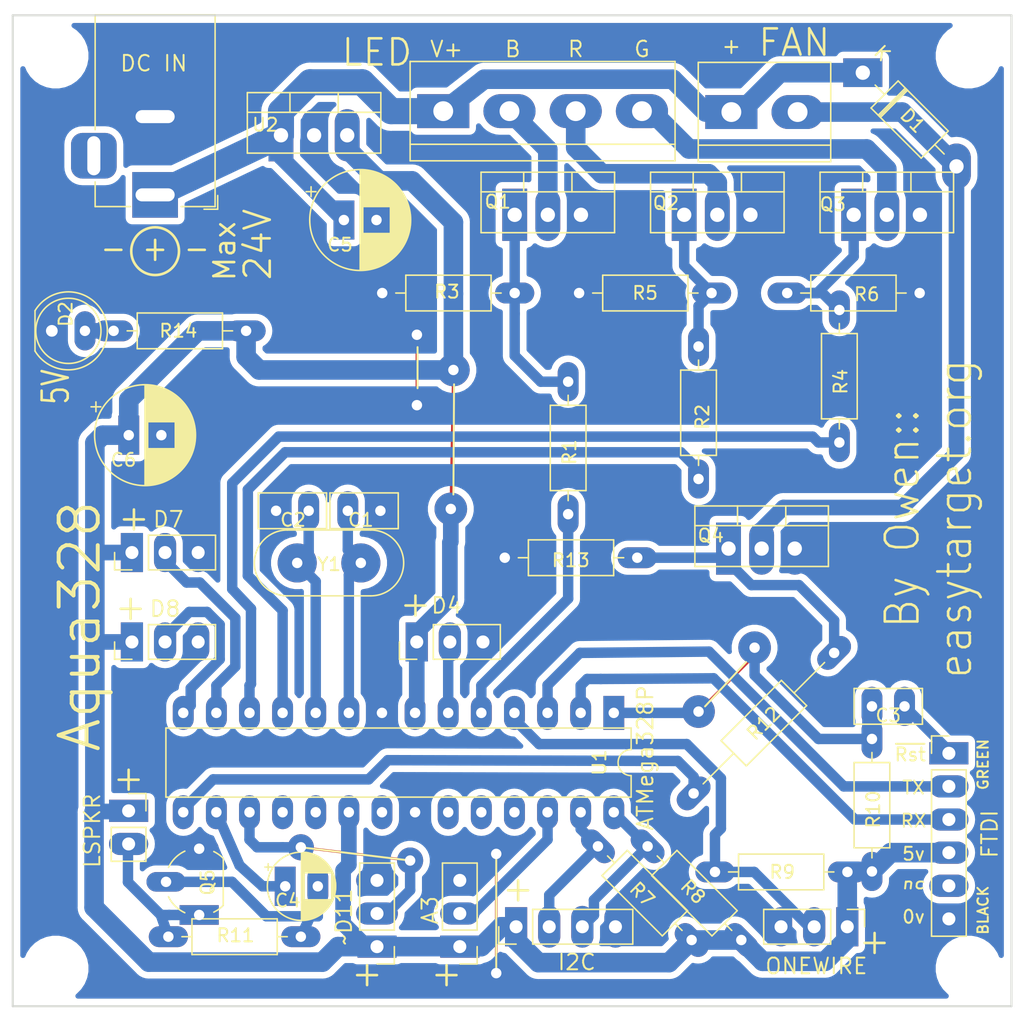
<source format=kicad_pcb>
(kicad_pcb (version 20171130) (host pcbnew 5.1.4-3.fc30)
  (layers (0 F.Cu signal) (31 B.Cu signal) (34 B.Paste user hide) (35 F.Paste user hide) (36 B.SilkS user hide) (37 F.SilkS user) (38 B.Mask user hide) (39 F.Mask user hide) (44 Edge.Cuts user))
  (net 0 "")
  (net 1 BUZZ)
  (net 2 +5V)
  (net 3 1WIRE)
  (net 4 "Net-(Q4-Pad1)")
  (net 5 GND)
  (net 6 FAN)
  (net 7 "Net-(Q3-Pad1)")
  (net 8 "Net-(Q2-Pad1)")
  (net 9 "Net-(Q1-Pad1)")
  (net 10 LED-R)
  (net 11 LED-G)
  (net 12 LED-B)
  (net 13 "Net-(D1-Pad2)")
  (net 14 +VDC)
  (net 15 RESET)
  (net 16 CYCLE)
  (net 17 "Net-(C1-Pad2)")
  (net 18 "Net-(C2-Pad2)")
  (net 19 LID)
  (net 20 SCL)
  (net 21 SDA)
  (net 22 TX)
  (net 23 RX)
  (net 24 "Net-(ABRG_LED1-Pad2)")
  (net 25 "Net-(ABRG_LED1-Pad3)")
  (net 26 "Net-(ABRG_LED1-Pad4)")
  (net 27 "Net-(Q5-Pad1)")
  (net 28 AUX1)
  (net 29 AUX2)
  (net 30 AUX3)
  (net 31 "Net-(C3-Pad2)")
  (net 32 "Net-(C4-Pad2)")
  (net 33 "Net-(D2-Pad2)")
  (module TerminalBlock:TerminalBlock_bornier-2_P5.08mm (layer F.Cu) (at 86.918 34.92)
    (fp_text reference FAN1 hide)
    (fp_text value "Fan PWM NPN")
    (fp_text user FAN (at 4.826 -5.334) (layer F.SilkS) (effects (font (size 2 2) (thickness 0.2))))
    (fp_text user + (at 0 -5.08) (layer F.SilkS) (effects (font (size 1.2 1.2))))
    (pad 2 thru_hole oval (at 5.08 0) (size 4 2.6) (drill 1.52) (layers *.Cu *.Mask) (net 13 "Net-(D1-Pad2)"))
    (pad 1 thru_hole rect (at 0 0) (size 4 2.6) (drill 1.52) (layers *.Cu *.Mask) (net 14 +VDC))
  )
  (module TerminalBlock:TerminalBlock_bornier-4_P5.08mm (layer F.Cu) (at 64.82 34.85)
    (fp_text reference ABRG_LED1 hide)
    (fp_text value LED-Strip)
    (fp_text user LED (at -5.08 -4.502) (layer F.SilkS) (effects (font (size 2 2) (thickness 0.2))))
    (fp_text user V+ (at 0.254 -4.756) (layer F.SilkS) (effects (font (size 1.2 1.2))))
    (fp_text user B (at 5.334 -4.756) (layer F.SilkS) (effects (font (size 1.2 1.2))))
    (fp_text user R (at 10.16 -4.756) (layer F.SilkS) (effects (font (size 1.2 1.2))))
    (fp_text user G (at 15.24 -4.756) (layer F.SilkS) (effects (font (size 1.2 1.2))))
    (pad 4 thru_hole oval (at 15.24 0) (size 4 2.6) (drill 1.52) (layers *.Cu *.Mask) (net 26 "Net-(ABRG_LED1-Pad4)"))
    (pad 1 thru_hole rect (at 0 0) (size 4 2.6) (drill 1.52) (layers *.Cu *.Mask) (net 14 +VDC))
    (pad 3 thru_hole oval (at 10.16 0) (size 4 2.6) (drill 1.52) (layers *.Cu *.Mask) (net 25 "Net-(ABRG_LED1-Pad3)"))
    (pad 2 thru_hole oval (at 5.08 0) (size 4 2.6) (drill 1.52) (layers *.Cu *.Mask) (net 24 "Net-(ABRG_LED1-Pad2)"))
  )
  (module Connector_PinHeader_2.54mm:PinHeader_1x03_P2.54mm_Vertical (layer F.Cu) (at 40.944 68.702 90)
    (fp_text reference LID1 hide)
    (fp_text value "Lid Open")
    (fp_text user D7 (at 2.54 2.794 180) (layer F.SilkS) (effects (font (size 1.2 1.2))))
    (fp_text user + (at 2.54 0 90) (layer F.SilkS) (effects (font (size 2 2) (thickness 0.2))))
    (pad 3 thru_hole oval (at 0 5.08 90) (size 3 1.7) (drill 1) (layers *.Cu *.Mask) (net 5 GND))
    (pad 2 thru_hole oval (at 0 2.54 90) (size 3 1.7) (drill 1) (layers *.Cu *.Mask) (net 19 LID))
    (pad 1 thru_hole rect (at 0 0 90) (size 3 1.7) (drill 1) (layers *.Cu *.Mask) (net 2 +5V))
  )
  (module Connector_PinHeader_2.54mm:PinHeader_1x03_P2.54mm_Vertical (layer F.Cu) (at 62.788 75.56 90)
    (fp_text reference BUTTON1 hide)
    (fp_text value Lights/Cycle)
    (fp_text user D4 (at 2.794 2.286 180) (layer F.SilkS) (effects (font (size 1.2 1.2))))
    (fp_text user + (at 2.794 -0.254 90) (layer F.SilkS) (effects (font (size 2 2) (thickness 0.2))))
    (pad 3 thru_hole oval (at 0 5.08 90) (size 3 1.7) (drill 1) (layers *.Cu *.Mask) (net 5 GND))
    (pad 2 thru_hole oval (at 0 2.54 90) (size 3 1.7) (drill 1) (layers *.Cu *.Mask) (net 16 CYCLE))
    (pad 1 thru_hole rect (at 0 0 90) (size 3 1.7) (drill 1) (layers *.Cu *.Mask) (net 2 +5V))
  )
  (module Connector_PinHeader_2.54mm:PinHeader_1x03_P2.54mm_Vertical (layer F.Cu) (at 40.944 75.56 90)
    (fp_text reference AUX3 hide)
    (fp_text value "Aux Connector")
    (fp_text user D8 (at 2.54 2.54 180) (layer F.SilkS) (effects (font (size 1.2 1.2))))
    (fp_text user + (at 2.54 -0.254 90) (layer F.SilkS) (effects (font (size 2 2) (thickness 0.2))))
    (pad 3 thru_hole oval (at 0 5.08 90) (size 3 1.7) (drill 1) (layers *.Cu *.Mask) (net 5 GND))
    (pad 2 thru_hole oval (at 0 2.54 90) (size 3 1.7) (drill 1) (layers *.Cu *.Mask) (net 30 AUX3))
    (pad 1 thru_hole rect (at 0 0 90) (size 3 1.7) (drill 1) (layers *.Cu *.Mask) (net 2 +5V))
  )
  (module Connector_PinHeader_2.54mm:PinHeader_1x03_P2.54mm_Vertical (layer F.Cu) (at 66.09 98.928 180)
    (fp_text reference AUX2 hide)
    (fp_text value "Aux Connector")
    (fp_text user A3 (at 2.286 2.794 90) (layer F.SilkS) (effects (font (size 1.2 1.2))))
    (fp_text user + (at 1.016 -2.032 180) (layer F.SilkS) (effects (font (size 2 2) (thickness 0.2))))
    (pad 3 thru_hole oval (at 0 5.08 180) (size 3 1.7) (drill 1) (layers *.Cu *.Mask) (net 5 GND))
    (pad 2 thru_hole oval (at 0 2.54 180) (size 3 1.7) (drill 1) (layers *.Cu *.Mask) (net 29 AUX2))
    (pad 1 thru_hole rect (at 0 0 180) (size 3 1.7) (drill 1) (layers *.Cu *.Mask) (net 2 +5V))
  )
  (module Resistor_THT:R_Axial_DIN0207_L6.3mm_D2.5mm_P10.16mm_Horizontal (layer F.Cu) (at 87.68 98.42 135)
    (fp_text reference R8 (at 5.23259 0 135) (layer F.SilkS))
    (fp_text value 4K7)
    (pad 2 thru_hole oval (at 10.16 0 135) (size 3 1.6) (drill 0.8) (layers *.Cu *.Mask) (net 21 SDA))
    (pad 1 thru_hole oval (at 0 0 135) (size 3 1.6) (drill 0.8) (layers *.Cu *.Mask) (net 2 +5V))
  )
  (module Resistor_THT:R_Axial_DIN0207_L6.3mm_D2.5mm_P10.16mm_Horizontal (layer F.Cu) (at 83.87 98.42 135)
    (fp_text reference R7 (at 5.16188 -0.212132 135) (layer F.SilkS))
    (fp_text value 4K7)
    (pad 2 thru_hole oval (at 10.16 0 135) (size 3 1.6) (drill 0.8) (layers *.Cu *.Mask) (net 20 SCL))
    (pad 1 thru_hole oval (at 0 0 135) (size 3 1.6) (drill 0.8) (layers *.Cu *.Mask) (net 2 +5V))
  )
  (module Resistor_THT:R_Axial_DIN0207_L6.3mm_D2.5mm_P10.16mm_Horizontal (layer F.Cu) (at 43.738 98.166)
    (fp_text reference R11 (at 5.15 -0.1) (layer F.SilkS))
    (fp_text value 2K2)
    (pad 2 thru_hole oval (at 10.16 0) (size 3 1.6) (drill 0.8) (layers *.Cu *.Mask) (net 32 "Net-(C4-Pad2)"))
    (pad 1 thru_hole oval (at 0 0) (size 3 1.6) (drill 0.8) (layers *.Cu *.Mask) (net 27 "Net-(Q5-Pad1)"))
  )
  (module Connector_PinHeader_2.54mm:PinHeader_1x03_P2.54mm_Vertical (layer F.Cu) (at 59.74 98.928 180)
    (fp_text reference AUX1 hide)
    (fp_text value "Aux Connector")
    (fp_text user ~~D11 (at 2.54 2.286 270) (layer F.SilkS) (effects (font (size 1.2 1.2))))
    (fp_text user + (at 0.762 -2.032) (layer F.SilkS) (effects (font (size 2 2) (thickness 0.2))))
    (pad 3 thru_hole oval (at 0 5.08 180) (size 3.2 1.7) (drill 1) (layers *.Cu *.Mask) (net 5 GND))
    (pad 2 thru_hole oval (at 0 2.54 180) (size 3.2 1.7) (drill 1) (layers *.Cu *.Mask) (net 28 AUX1))
    (pad 1 thru_hole rect (at 0 0 180) (size 3 1.7) (drill 1) (layers *.Cu *.Mask) (net 2 +5V))
  )
  (module Resistor_THT:R_Axial_DIN0207_L6.3mm_D2.5mm_P15.24mm_Horizontal (layer F.Cu) (at 94.8 76.4 225)
    (fp_text reference R12 (at 7.636753 0 45) (layer F.SilkS))
    (fp_text value 220R)
    (pad 2 thru_hole oval (at 15.24 0 225) (size 3 1.6) (drill 0.8) (layers *.Cu *.Mask) (net 6 FAN))
    (pad 1 thru_hole oval (at 0 0 225) (size 3 1.6) (drill 0.8) (layers *.Cu *.Mask) (net 4 "Net-(Q4-Pad1)"))
  )
  (module Capacitor_THT:CP_Radial_D5.0mm_P2.50mm (layer F.Cu) (at 52.7 94.3)
    (fp_text reference C4 (at 0.2 1.1) (layer F.SilkS))
    (fp_text value 47uF)
    (pad 2 thru_hole oval (at 2.5 0) (size 1.6 3) (drill 0.8) (layers *.Cu *.Mask) (net 32 "Net-(C4-Pad2)"))
    (pad 1 thru_hole rect (at 0 0) (size 1.6 3) (drill 0.8) (layers *.Cu *.Mask) (net 1 BUZZ))
  )
  (module Capacitor_THT:C_Disc_D5.0mm_W2.5mm_P2.50mm (layer F.Cu) (at 100.2 80.5 180)
    (fp_text reference C3 (at 1.25 -0.7) (layer F.SilkS))
    (fp_text value 100nF)
    (pad 2 thru_hole oval (at 2.5 0 180) (size 1.6 3) (drill 0.8) (layers *.Cu *.Mask) (net 31 "Net-(C3-Pad2)"))
    (pad 1 thru_hole oval (at 0 0 180) (size 1.6 3) (drill 0.8) (layers *.Cu *.Mask) (net 15 RESET))
  )
  (module Crystal:Crystal_HC49-4H_Vertical (layer F.Cu) (at 58.5 69.5 180)
    (fp_text reference Y1 (at 2.44 -0.1) (layer F.SilkS))
    (fp_text value 16MHz)
    (pad 2 thru_hole circle (at 4.88 0 180) (size 3 3) (drill 0.8) (layers *.Cu *.Mask) (net 18 "Net-(C2-Pad2)"))
    (pad 1 thru_hole circle (at 0 0 180) (size 3 3) (drill 0.8) (layers *.Cu *.Mask) (net 17 "Net-(C1-Pad2)"))
  )
  (module Resistor_THT:R_Axial_DIN0207_L6.3mm_D2.5mm_P10.16mm_Horizontal (layer F.Cu) (at 97.7 83 270)
    (fp_text reference R10 (at 5.4 -0.1 90) (layer F.SilkS))
    (fp_text value 10K)
    (pad 2 thru_hole oval (at 10.16 0 270) (size 3 1.6) (drill 0.8) (layers *.Cu *.Mask) (net 2 +5V))
    (pad 1 thru_hole oval (at 0 0 270) (size 3 1.6) (drill 0.8) (layers *.Cu *.Mask) (net 31 "Net-(C3-Pad2)"))
  )
  (module Package_TO_SOT_THT:TO-92_Wide (layer F.Cu) (at 46.1 96.5 90)
    (fp_text reference Q5 (at 2.5 0.65 270) (layer F.SilkS))
    (fp_text value BC547)
    (pad 1 thru_hole rect (at 0 0 180) (size 3 1.5) (drill 0.8) (layers *.Cu *.Mask) (net 27 "Net-(Q5-Pad1)"))
    (pad 3 thru_hole oval (at 5.08 0 180) (size 3 1.5) (drill 0.8) (layers *.Cu *.Mask) (net 5 GND))
    (pad 2 thru_hole oval (at 2.54 -2.54 180) (size 3 1.5) (drill 0.8) (layers *.Cu *.Mask) (net 32 "Net-(C4-Pad2)"))
  )
  (module Capacitor_THT:CP_Radial_D7.5mm_P2.50mm (layer F.Cu) (at 57.2 43.2)
    (fp_text reference C5 (at -0.3 1.9) (layer F.SilkS))
    (fp_text value 100uF)
    (pad 2 thru_hole oval (at 2.5 0) (size 1.6 3) (drill 0.8) (layers *.Cu *.Mask) (net 5 GND))
    (pad 1 thru_hole rect (at 0 0) (size 1.6 3) (drill 0.8) (layers *.Cu *.Mask) (net 14 +VDC))
  )
  (module Capacitor_THT:CP_Radial_D7.5mm_P2.50mm (layer F.Cu) (at 40.7 59.7)
    (fp_text reference C6 (at -0.4 1.9) (layer F.SilkS))
    (fp_text value 22uF)
    (pad 1 thru_hole rect (at 0 0) (size 1.6 3) (drill 0.8) (layers *.Cu *.Mask) (net 2 +5V))
    (pad 2 thru_hole oval (at 2.5 0) (size 1.6 3) (drill 0.8) (layers *.Cu *.Mask) (net 5 GND))
  )
  (module Capacitor_THT:C_Disc_D5.0mm_W2.5mm_P2.50mm (layer F.Cu) (at 60 65.5 180)
    (fp_text reference C1 (at 1.5 -0.7 180) (layer F.SilkS))
    (fp_text value 22p)
    (pad 2 thru_hole oval (at 2.5 0 180) (size 1.6 3) (drill 0.8) (layers *.Cu *.Mask) (net 17 "Net-(C1-Pad2)"))
    (pad 1 thru_hole oval (at 0 0 180) (size 1.6 3) (drill 0.8) (layers *.Cu *.Mask) (net 5 GND))
  )
  (module Capacitor_THT:C_Disc_D5.0mm_W2.5mm_P2.50mm (layer F.Cu) (at 52 65.5)
    (fp_text reference C2 (at 1.3 0.7 180) (layer F.SilkS))
    (fp_text value 22p)
    (pad 1 thru_hole oval (at 0 0) (size 1.6 3) (drill 0.8) (layers *.Cu *.Mask) (net 5 GND))
    (pad 2 thru_hole oval (at 2.5 0) (size 1.6 3) (drill 0.8) (layers *.Cu *.Mask) (net 18 "Net-(C2-Pad2)"))
  )
  (module Connector_BarrelJack:BarrelJack_Horizontal (layer F.Cu) (at 42.722 41.27 270)
    (fp_text reference DC_IN1 hide)
    (fp_text value 12/24v)
    (fp_text user "DC IN" (at -10.082 0.102) (layer F.SilkS) (effects (font (size 1.2 1.2))))
    (fp_text user "- + -" (at 4.064 0 180) (layer F.SilkS) (effects (font (size 2 1.6) (thickness 0.2))))
    (pad 1 thru_hole rect (at 0 0 270) (size 3.5 3.5) (drill oval 1 3) (layers *.Cu *.Mask) (net 14 +VDC))
    (pad 2 thru_hole roundrect (at -6 0 270) (size 3 3.5) (drill oval 1 3) (layers *.Cu *.Mask) (net 5 GND))
    (pad 3 thru_hole roundrect (at -3 4.7 270) (size 3.5 3.5) (drill oval 3 1) (layers *.Cu *.Mask))
  )
  (module Connector_PinHeader_2.54mm:PinHeader_1x03_P2.54mm_Vertical (layer F.Cu) (at 95.808 97.404 270)
    (fp_text reference ONEWIRE1 hide)
    (fp_text value Temp)
    (fp_text user ONEWIRE (at 3.018 2.376) (layer F.SilkS) (effects (font (size 1.2 1.2))))
    (fp_text user + (at 1.24 -1.942 270) (layer F.SilkS) (effects (font (size 2 2) (thickness 0.2))))
    (pad 1 thru_hole rect (at 0 0 270) (size 3 1.7) (drill 1) (layers *.Cu *.Mask) (net 2 +5V))
    (pad 2 thru_hole oval (at 0 2.54 270) (size 3 1.7) (drill 1) (layers *.Cu *.Mask) (net 3 1WIRE))
    (pad 3 thru_hole oval (at 0 5.08 270) (size 3 1.7) (drill 1) (layers *.Cu *.Mask) (net 5 GND))
  )
  (module Connector_PinHeader_2.54mm:PinHeader_1x04_P2.54mm_Vertical (layer F.Cu) (at 70.408 97.404 90)
    (fp_text reference I2C1 hide)
    (fp_text value Display)
    (fp_text user I2C (at -2.714 4.654 180) (layer F.SilkS) (effects (font (size 1.2 1.2))))
    (fp_text user + (at 2.794 0 90) (layer F.SilkS) (effects (font (size 2 2) (thickness 0.2))))
    (pad 4 thru_hole oval (at 0 7.62 90) (size 3.2 1.7) (drill 1) (layers *.Cu *.Mask) (net 5 GND))
    (pad 3 thru_hole oval (at 0 5.08 90) (size 3.2 1.7) (drill 1) (layers *.Cu *.Mask) (net 21 SDA))
    (pad 2 thru_hole oval (at 0 2.54 90) (size 3.2 1.7) (drill 1) (layers *.Cu *.Mask) (net 20 SCL))
    (pad 1 thru_hole rect (at 0 0 90) (size 3 1.7) (drill 1) (layers *.Cu *.Mask) (net 2 +5V))
  )
  (module Connector_PinHeader_2.54mm:PinHeader_1x06_P2.54mm_Vertical (layer F.Cu) (at 103.6 84.1)
    (fp_text reference FTDI1 hide)
    (fp_text value "FTDI Program Port")
    (fp_text user BLACK (at 2.622 12.034 270) (layer F.SilkS) (effects (font (size 0.8 0.8))))
    (fp_text user GREEN (at 2.622 0.858 270) (layer F.SilkS) (effects (font (size 0.8 0.8))))
    (fp_text user 5v (at -2.712 7.716) (layer F.SilkS))
    (fp_text user 0v (at -2.712 12.542) (layer F.SilkS))
    (fp_text user RX (at -2.712 5.176) (layer F.SilkS))
    (fp_text user TX (at -2.712 2.636) (layer F.SilkS))
    (fp_text user nc (at -2.712 10.002) (layer F.SilkS) (effects (font (size 0.8 1) (thickness 0.15) italic)))
    (fp_text user ~Rst (at -2.966 0.096) (layer F.SilkS))
    (fp_text user FTDI (at 3.13 6.192 90) (layer F.SilkS) (effects (font (size 1.2 1.2))))
    (pad 1 thru_hole rect (at 0 0) (size 3 1.7) (drill 1) (layers *.Cu *.Mask) (net 15 RESET))
    (pad 2 thru_hole oval (at 0 2.54) (size 3 1.7) (drill 1) (layers *.Cu *.Mask) (net 22 TX))
    (pad 3 thru_hole oval (at 0 5.08) (size 3 1.7) (drill 1) (layers *.Cu *.Mask) (net 23 RX))
    (pad 4 thru_hole oval (at 0 7.62) (size 3 1.7) (drill 1) (layers *.Cu *.Mask) (net 2 +5V))
    (pad 5 thru_hole oval (at 0 10.16) (size 3 1.7) (drill 1) (layers *.Cu *.Mask))
    (pad 6 thru_hole oval (at 0 12.7) (size 3 1.7) (drill 1) (layers *.Cu *.Mask) (net 5 GND))
  )
  (module Connector_PinSocket_2.54mm:PinSocket_1x02_P2.54mm_Vertical (layer F.Cu) (at 40.69 88.514)
    (fp_text reference SPKR1 hide)
    (fp_text value Speaker)
    (fp_text user LSPKR (at -2.794 1.524 90) (layer F.SilkS) (effects (font (size 1.2 1.2))))
    (fp_text user + (at 0 -2.54) (layer F.SilkS) (effects (font (size 2 2) (thickness 0.2))))
    (pad 1 thru_hole rect (at 0 0) (size 3 1.7) (drill 1) (layers *.Cu *.Mask) (net 2 +5V))
    (pad 2 thru_hole oval (at 0 2.54) (size 3 1.7) (drill 1) (layers *.Cu *.Mask) (net 27 "Net-(Q5-Pad1)"))
  )
  (module Diode_THT:D_DO-41_SOD81_P10.16mm_Horizontal (layer F.Cu) (at 97 31.9 315)
    (fp_text reference D1 (at 5.3 -0.1 135) (layer F.SilkS))
    (fp_text value 1N4007)
    (fp_text user K (at 0 -2.1 135) (layer F.SilkS))
    (pad 2 thru_hole oval (at 10.16 0 270) (size 3.5 2.2) (drill 1.1) (layers *.Cu *.Mask) (net 13 "Net-(D1-Pad2)"))
    (pad 1 thru_hole rect (at 0 0) (size 3 2.2) (drill 1.1) (layers *.Cu *.Mask) (net 14 +VDC))
  )
  (module LED_THT:LED_D5.0mm (layer F.Cu) (at 34.8 51.7)
    (fp_text reference D2 (at 1.064 -1.286 90) (layer F.SilkS))
    (fp_text value 5v)
    (pad 1 thru_hole rect (at 0 0) (size 1.8 3) (drill 0.9) (layers *.Cu *.Mask) (net 5 GND))
    (pad 2 thru_hole oval (at 2.54 0) (size 1.6 3) (drill 0.8) (layers *.Cu *.Mask) (net 33 "Net-(D2-Pad2)"))
  )
  (module MountingHole:MountingHole_4mm (layer F.Cu) (at 35.1 30.6)
    (fp_text reference H2 hide)
    (fp_text value MountingHole)
    (pad 1 np_thru_hole circle (at 0 0) (size 4 4) (drill 4) (layers *.Cu *.Mask))
  )
  (module MountingHole:MountingHole_4mm (layer F.Cu) (at 105.1 30.6)
    (fp_text reference H4 hide)
    (fp_text value MountingHole)
    (pad 1 np_thru_hole circle (at 0 0) (size 4 4) (drill 4) (layers *.Cu *.Mask))
  )
  (module MountingHole:MountingHole_4mm (layer F.Cu) (at 35.1 100.6)
    (fp_text reference H1 hide)
    (fp_text value MountingHole)
    (pad 1 np_thru_hole circle (at 0 0) (size 4 4) (drill 4) (layers *.Cu *.Mask))
  )
  (module MountingHole:MountingHole_4mm (layer F.Cu) (at 105.1 100.6)
    (fp_text reference H3 hide)
    (fp_text value MountingHole)
    (pad 1 np_thru_hole circle (at 0 0) (size 4 4) (drill 4) (layers *.Cu *.Mask))
  )
  (module Package_DIP:DIP-28_W7.62mm (layer F.Cu) (at 77.9 81 270)
    (fp_text reference U1 (at 3.81 1.1 270) (layer F.SilkS))
    (fp_text value ATmega328P-PU)
    (pad 1 thru_hole rect (at 0 0 270) (size 2.6 1.6) (drill 0.8) (layers *.Cu *.Mask) (net 31 "Net-(C3-Pad2)"))
    (pad 15 thru_hole oval (at 7.62 33.02 270) (size 2.6 1.6) (drill 0.8) (layers *.Cu *.Mask) (net 6 FAN))
    (pad 2 thru_hole oval (at 0 2.54 270) (size 2.6 1.6) (drill 0.8) (layers *.Cu *.Mask) (net 23 RX))
    (pad 16 thru_hole oval (at 7.62 30.48 270) (size 2.6 1.6) (drill 0.8) (layers *.Cu *.Mask) (net 1 BUZZ))
    (pad 3 thru_hole oval (at 0 5.08 270) (size 2.6 1.6) (drill 0.8) (layers *.Cu *.Mask) (net 22 TX))
    (pad 17 thru_hole oval (at 7.62 27.94 270) (size 2.6 1.6) (drill 0.8) (layers *.Cu *.Mask) (net 28 AUX1))
    (pad 4 thru_hole oval (at 0 7.62 270) (size 2.6 1.6) (drill 0.8) (layers *.Cu *.Mask) (net 3 1WIRE))
    (pad 18 thru_hole oval (at 7.62 25.4 270) (size 2.6 1.6) (drill 0.8) (layers *.Cu *.Mask))
    (pad 5 thru_hole oval (at 0 10.16 270) (size 2.6 1.6) (drill 0.8) (layers *.Cu *.Mask) (net 12 LED-B))
    (pad 19 thru_hole oval (at 7.62 22.86 270) (size 2.6 1.6) (drill 0.8) (layers *.Cu *.Mask))
    (pad 6 thru_hole oval (at 0 12.7 270) (size 2.6 1.6) (drill 0.8) (layers *.Cu *.Mask) (net 16 CYCLE))
    (pad 20 thru_hole oval (at 7.62 20.32 270) (size 2.6 1.6) (drill 0.8) (layers *.Cu *.Mask) (net 2 +5V))
    (pad 7 thru_hole oval (at 0 15.24 270) (size 2.6 1.6) (drill 0.8) (layers *.Cu *.Mask) (net 2 +5V))
    (pad 21 thru_hole oval (at 7.62 17.78 270) (size 2.6 1.6) (drill 0.8) (layers *.Cu *.Mask))
    (pad 8 thru_hole oval (at 0 17.78 270) (size 2.6 1.6) (drill 0.8) (layers *.Cu *.Mask) (net 5 GND))
    (pad 22 thru_hole oval (at 7.62 15.24 270) (size 2.6 1.6) (drill 0.8) (layers *.Cu *.Mask) (net 5 GND))
    (pad 9 thru_hole oval (at 0 20.32 270) (size 2.6 1.6) (drill 0.8) (layers *.Cu *.Mask) (net 17 "Net-(C1-Pad2)"))
    (pad 23 thru_hole oval (at 7.62 12.7 270) (size 2.6 1.6) (drill 0.8) (layers *.Cu *.Mask))
    (pad 10 thru_hole oval (at 0 22.86 270) (size 2.6 1.6) (drill 0.8) (layers *.Cu *.Mask) (net 18 "Net-(C2-Pad2)"))
    (pad 24 thru_hole oval (at 7.62 10.16 270) (size 2.6 1.6) (drill 0.8) (layers *.Cu *.Mask))
    (pad 11 thru_hole oval (at 0 25.4 270) (size 2.6 1.6) (drill 0.8) (layers *.Cu *.Mask) (net 10 LED-R))
    (pad 25 thru_hole oval (at 7.62 7.62 270) (size 2.6 1.6) (drill 0.8) (layers *.Cu *.Mask))
    (pad 12 thru_hole oval (at 0 27.94 270) (size 2.6 1.6) (drill 0.8) (layers *.Cu *.Mask) (net 11 LED-G))
    (pad 26 thru_hole oval (at 7.62 5.08 270) (size 2.6 1.6) (drill 0.8) (layers *.Cu *.Mask) (net 29 AUX2))
    (pad 13 thru_hole oval (at 0 30.48 270) (size 2.6 1.6) (drill 0.8) (layers *.Cu *.Mask) (net 19 LID))
    (pad 27 thru_hole oval (at 7.62 2.54 270) (size 2.6 1.6) (drill 0.8) (layers *.Cu *.Mask) (net 20 SCL))
    (pad 14 thru_hole oval (at 0 33.02 270) (size 2.6 1.6) (drill 0.8) (layers *.Cu *.Mask) (net 30 AUX3))
    (pad 28 thru_hole oval (at 7.62 0 270) (size 2.6 1.6) (drill 0.8) (layers *.Cu *.Mask) (net 21 SDA))
  )
  (module Package_TO_SOT_THT:TO-220-3_Vertical (layer F.Cu) (at 52.374 36.698)
    (fp_text reference U2 (at -1.2 -0.8 180) (layer F.SilkS))
    (fp_text value LM7805_TO220)
    (pad 1 thru_hole rect (at 0 0) (size 1.905 4) (drill 1.1) (layers *.Cu *.Mask) (net 14 +VDC))
    (pad 2 thru_hole oval (at 2.54 0) (size 1.905 4) (drill 1.1) (layers *.Cu *.Mask) (net 5 GND))
    (pad 3 thru_hole oval (at 5.08 0) (size 1.905 4) (drill 1.1) (layers *.Cu *.Mask) (net 2 +5V))
  )
  (module Package_TO_SOT_THT:TO-220-3_Vertical (layer F.Cu) (at 86.7 68.4)
    (fp_text reference Q4 (at -1.36 -1) (layer F.SilkS))
    (fp_text value IRL520N)
    (pad 3 thru_hole oval (at 5.08 0) (size 1.905 4) (drill 1.1) (layers *.Cu *.Mask) (net 5 GND))
    (pad 2 thru_hole oval (at 2.54 0) (size 1.905 4) (drill 1.1) (layers *.Cu *.Mask) (net 13 "Net-(D1-Pad2)"))
    (pad 1 thru_hole rect (at 0 0) (size 1.905 4) (drill 1.1) (layers *.Cu *.Mask) (net 4 "Net-(Q4-Pad1)"))
  )
  (module Package_TO_SOT_THT:TO-220-3_Vertical (layer F.Cu) (at 96.3 42.8)
    (fp_text reference Q3 (at -1.6 -0.8) (layer F.SilkS))
    (fp_text value IRL520N)
    (pad 1 thru_hole rect (at 0 0) (size 1.905 4) (drill 1.1) (layers *.Cu *.Mask) (net 7 "Net-(Q3-Pad1)"))
    (pad 2 thru_hole oval (at 2.54 0) (size 1.905 4) (drill 1.1) (layers *.Cu *.Mask) (net 26 "Net-(ABRG_LED1-Pad4)"))
    (pad 3 thru_hole oval (at 5.08 0) (size 1.905 4) (drill 1.1) (layers *.Cu *.Mask) (net 5 GND))
  )
  (module Package_TO_SOT_THT:TO-220-3_Vertical (layer F.Cu) (at 83.3 42.8)
    (fp_text reference Q2 (at -1.4 -0.9) (layer F.SilkS))
    (fp_text value IRL520N)
    (pad 3 thru_hole oval (at 5.08 0) (size 1.905 4) (drill 1.1) (layers *.Cu *.Mask) (net 5 GND))
    (pad 2 thru_hole oval (at 2.54 0) (size 1.905 4) (drill 1.1) (layers *.Cu *.Mask) (net 25 "Net-(ABRG_LED1-Pad3)"))
    (pad 1 thru_hole rect (at 0 0) (size 1.905 4) (drill 1.1) (layers *.Cu *.Mask) (net 8 "Net-(Q2-Pad1)"))
  )
  (module Package_TO_SOT_THT:TO-220-3_Vertical (layer F.Cu) (at 70.3 42.8)
    (fp_text reference Q1 (at -1.3 -1) (layer F.SilkS))
    (fp_text value IRL520N)
    (pad 1 thru_hole rect (at 0 0) (size 1.905 4) (drill 1.1) (layers *.Cu *.Mask) (net 9 "Net-(Q1-Pad1)"))
    (pad 2 thru_hole oval (at 2.54 0) (size 1.905 4) (drill 1.1) (layers *.Cu *.Mask) (net 24 "Net-(ABRG_LED1-Pad2)"))
    (pad 3 thru_hole oval (at 5.08 0) (size 1.905 4) (drill 1.1) (layers *.Cu *.Mask) (net 5 GND))
  )
  (module Resistor_THT:R_Axial_DIN0207_L6.3mm_D2.5mm_P10.16mm_Horizontal (layer F.Cu) (at 95.2 50.1 270)
    (fp_text reference R4 (at 5.5 -0.1 270) (layer F.SilkS))
    (fp_text value 220R)
    (pad 2 thru_hole oval (at 10.16 0 270) (size 3 1.6) (drill 0.8) (layers *.Cu *.Mask) (net 11 LED-G))
    (pad 1 thru_hole oval (at 0 0 270) (size 3 1.6) (drill 0.8) (layers *.Cu *.Mask) (net 7 "Net-(Q3-Pad1)"))
  )
  (module Resistor_THT:R_Axial_DIN0207_L6.3mm_D2.5mm_P10.16mm_Horizontal (layer F.Cu) (at 70.3 48.8 180)
    (fp_text reference R3 (at 5.2 0.1) (layer F.SilkS))
    (fp_text value 10K)
    (pad 1 thru_hole oval (at 0 0 180) (size 3 1.6) (drill 0.8) (layers *.Cu *.Mask) (net 9 "Net-(Q1-Pad1)"))
    (pad 2 thru_hole oval (at 10.16 0 180) (size 3 1.6) (drill 0.8) (layers *.Cu *.Mask) (net 5 GND))
  )
  (module Resistor_THT:R_Axial_DIN0207_L6.3mm_D2.5mm_P10.16mm_Horizontal (layer F.Cu) (at 84.4 52.9 270)
    (fp_text reference R2 (at 5.4 -0.3 270) (layer F.SilkS))
    (fp_text value 220R)
    (pad 2 thru_hole oval (at 10.16 0 270) (size 3 1.6) (drill 0.8) (layers *.Cu *.Mask) (net 10 LED-R))
    (pad 1 thru_hole oval (at 0 0 270) (size 3 1.6) (drill 0.8) (layers *.Cu *.Mask) (net 8 "Net-(Q2-Pad1)"))
  )
  (module Resistor_THT:R_Axial_DIN0207_L6.3mm_D2.5mm_P10.16mm_Horizontal (layer F.Cu) (at 74.4 55.6 270)
    (fp_text reference R1 (at 5.4 -0.1 270) (layer F.SilkS))
    (fp_text value 220R)
    (pad 1 thru_hole oval (at 0 0 270) (size 3 1.6) (drill 0.8) (layers *.Cu *.Mask) (net 9 "Net-(Q1-Pad1)"))
    (pad 2 thru_hole oval (at 10.16 0 270) (size 3 1.6) (drill 0.8) (layers *.Cu *.Mask) (net 12 LED-B))
  )
  (module Resistor_THT:R_Axial_DIN0207_L6.3mm_D2.5mm_P10.16mm_Horizontal (layer F.Cu) (at 85.4 48.8 180)
    (fp_text reference R5 (at 5.1 0 180) (layer F.SilkS))
    (fp_text value 10K)
    (pad 2 thru_hole oval (at 10.16 0 180) (size 3 1.6) (drill 0.8) (layers *.Cu *.Mask) (net 5 GND))
    (pad 1 thru_hole oval (at 0 0 180) (size 3 1.6) (drill 0.8) (layers *.Cu *.Mask) (net 8 "Net-(Q2-Pad1)"))
  )
  (module Resistor_THT:R_Axial_DIN0207_L6.3mm_D2.5mm_P10.16mm_Horizontal (layer F.Cu) (at 91.2 48.8)
    (fp_text reference R6 (at 6.1 0.1) (layer F.SilkS))
    (fp_text value 10K)
    (pad 1 thru_hole oval (at 0 0) (size 3 1.6) (drill 0.8) (layers *.Cu *.Mask) (net 7 "Net-(Q3-Pad1)"))
    (pad 2 thru_hole oval (at 10.16 0) (size 3 1.6) (drill 0.8) (layers *.Cu *.Mask) (net 5 GND))
  )
  (module Resistor_THT:R_Axial_DIN0207_L6.3mm_D2.5mm_P10.16mm_Horizontal (layer F.Cu) (at 79.7 69.1 180)
    (fp_text reference R13 (at 5.1 -0.2) (layer F.SilkS))
    (fp_text value 10K)
    (pad 1 thru_hole oval (at 0 0 180) (size 3 1.6) (drill 0.8) (layers *.Cu *.Mask) (net 4 "Net-(Q4-Pad1)"))
    (pad 2 thru_hole oval (at 10.16 0 180) (size 3 1.6) (drill 0.8) (layers *.Cu *.Mask) (net 5 GND))
  )
  (module Resistor_THT:R_Axial_DIN0207_L6.3mm_D2.5mm_P10.16mm_Horizontal (layer F.Cu) (at 95.82 93.2 180)
    (fp_text reference R9 (at 5 0) (layer F.SilkS))
    (fp_text value 4K7)
    (pad 2 thru_hole oval (at 10.16 0 180) (size 3 1.6) (drill 0.8) (layers *.Cu *.Mask) (net 3 1WIRE))
    (pad 1 thru_hole oval (at 0 0 180) (size 3 1.6) (drill 0.8) (layers *.Cu *.Mask) (net 2 +5V))
  )
  (module Resistor_THT:R_Axial_DIN0207_L6.3mm_D2.5mm_P10.16mm_Horizontal (layer F.Cu) (at 49.7 51.7 180)
    (fp_text reference R14 (at 5.2 0) (layer F.SilkS))
    (fp_text value 220R)
    (pad 1 thru_hole oval (at 0 0 180) (size 3 1.6) (drill 0.8) (layers *.Cu *.Mask) (net 2 +5V))
    (pad 2 thru_hole oval (at 10.16 0 180) (size 3 1.6) (drill 0.8) (layers *.Cu *.Mask) (net 33 "Net-(D2-Pad2)"))
  )
  (gr_text 24V (at 50.596 45.08 90) (layer F.SilkS) (effects (font (size 2 2) (thickness 0.2))))
  (gr_circle (center 42.722 45.588) (end 44.55362 45.588) (layer F.SilkS) (width 0.2))
  (gr_line (start 68.884 91.816) (end 68.884 100.96) (layer F.SilkS) (width 0.15))
  (gr_line (start 62.28 92.324) (end 53.898 91.308) (layer F.SilkS) (width 0.15))
  (gr_line (start 88.05 77.1) (end 84.9 80.5) (layer F.SilkS) (width 0.15))
  (gr_line (start 62.85 52.95) (end 62.85 56.1) (layer F.SilkS) (width 0.15))
  (gr_line (start 65.65 55.8) (end 65.6 64.25) (layer F.SilkS) (width 0.15))
  (gr_text Aqua328 (at 36.95 74.35 90) (layer F.SilkS) (effects (font (size 3 3) (thickness 0.3))))
  (gr_text Max (at 48.056 45.588 90) (layer F.SilkS) (effects (font (size 1.6 1.6) (thickness 0.2))))
  (gr_text 5V (at 35.102 56.002 90) (layer F.SilkS) (effects (font (size 2 1.5) (thickness 0.2))))
  (gr_text "By Owen::\neasytarget.org" (at 102.05 66.1 90) (layer F.SilkS) (effects (font (size 2.5 2.3) (thickness 0.2))))
  (gr_text ATMega328P (at 80.314 84.45 90) (layer F.SilkS) (effects (font (size 1.2 1.2))))
  (gr_line (start 31.8 103.5) (end 31.8 27.5) (layer Edge.Cuts) (width 0.15))
  (gr_line (start 108.4 103.5) (end 31.8 103.5) (layer Edge.Cuts) (width 0.15))
  (gr_line (start 108.4 27.5) (end 108.4 103.5) (layer Edge.Cuts) (width 0.15))
  (gr_line (start 31.8 27.5) (end 108.4 27.5) (layer Edge.Cuts) (width 0.15))
  (segment (start 50.965998 94.3) (end 51.1 94.3) (width 0.8) (layer B.Cu) (net 1))
  (segment (start 51.1 94.3) (end 52.7 94.3) (width 0.8) (layer B.Cu) (net 1))
  (segment (start 47.42 88.62) (end 49.2 92.7) (width 0.8) (layer B.Cu) (net 1))
  (segment (start 49.2 92.7) (end 50.965998 94.3) (width 0.8) (layer B.Cu) (net 1))
  (via (at 65.6 54.7) (size 2.5) (drill 0.8) (layers F.Cu B.Cu) (net 2))
  (segment (start 49.7 51.7) (end 46 51.7) (width 1.5) (layer B.Cu) (net 2))
  (segment (start 46 51.7) (end 40.7 57) (width 1.5) (layer B.Cu) (net 2))
  (segment (start 40.7 57) (end 40.7 59.7) (width 1.5) (layer B.Cu) (net 2))
  (via (at 65.4 65.36) (size 2.5) (drill 0.8) (layers F.Cu B.Cu) (net 2))
  (segment (start 65.6 54.7) (end 65.4 65.36) (width 0.2) (layer F.Cu) (net 2))
  (segment (start 50.7 54.7) (end 65.6 54.7) (width 1.5) (layer B.Cu) (net 2))
  (segment (start 49.7 51.7) (end 49.7 53.7) (width 1.5) (layer B.Cu) (net 2))
  (segment (start 49.7 53.7) (end 50.7 54.7) (width 1.5) (layer B.Cu) (net 2))
  (segment (start 65.6 48.854402) (end 65.6 54.7) (width 1.5) (layer B.Cu) (net 2))
  (segment (start 99.14 91.72) (end 97.7 93.16) (width 1.5) (layer B.Cu) (net 2))
  (segment (start 103.6 91.72) (end 99.14 91.72) (width 1.5) (layer B.Cu) (net 2))
  (segment (start 38.7 59.7) (end 40.7 59.7) (width 1.5) (layer B.Cu) (net 2))
  (segment (start 38.1 60.3) (end 38.7 59.7) (width 1.5) (layer B.Cu) (net 2))
  (segment (start 65.6 43.3675) (end 65.6 48.854402) (width 1.5) (layer B.Cu) (net 2))
  (segment (start 40.64 88.564) (end 40.69 88.514) (width 1.2) (layer B.Cu) (net 2))
  (segment (start 38.1 88.564) (end 40.64 88.564) (width 1.2) (layer B.Cu) (net 2))
  (segment (start 62.788 74.833691) (end 65.328 72.293691) (width 1.2) (layer B.Cu) (net 2))
  (segment (start 62.788 75.56) (end 62.788 74.833691) (width 1.2) (layer B.Cu) (net 2))
  (segment (start 65.328 72.293691) (end 65.328 67.94) (width 1.2) (layer B.Cu) (net 2))
  (segment (start 65.4 67.868) (end 65.4 65.36) (width 1.2) (layer B.Cu) (net 2))
  (segment (start 65.328 67.94) (end 65.4 67.868) (width 1.2) (layer B.Cu) (net 2))
  (segment (start 62.788 80.872) (end 62.66 81) (width 1.2) (layer B.Cu) (net 2))
  (segment (start 62.788 75.56) (end 62.788 80.872) (width 1.2) (layer B.Cu) (net 2))
  (segment (start 38.1 88.564) (end 38.1 75.61) (width 1.5) (layer B.Cu) (net 2))
  (segment (start 40.944 68.702) (end 38.15 68.702) (width 1.2) (layer B.Cu) (net 2))
  (segment (start 38.15 68.702) (end 38.1 68.652) (width 1.2) (layer B.Cu) (net 2))
  (segment (start 38.1 75.61) (end 38.1 68.652) (width 1.5) (layer B.Cu) (net 2))
  (segment (start 38.1 68.652) (end 38.1 60.3) (width 1.5) (layer B.Cu) (net 2))
  (segment (start 38.15 75.56) (end 38.1 75.61) (width 1.2) (layer B.Cu) (net 2))
  (segment (start 40.944 75.56) (end 38.15 75.56) (width 1.2) (layer B.Cu) (net 2))
  (segment (start 97.66 93.2) (end 97.7 93.16) (width 0.8) (layer B.Cu) (net 2))
  (segment (start 95.86 93.16) (end 95.82 93.2) (width 1.2) (layer B.Cu) (net 2))
  (segment (start 97.7 93.16) (end 95.86 93.16) (width 1.5) (layer B.Cu) (net 2))
  (segment (start 57.13999 97.154299) (end 58.913691 98.928) (width 1.2) (layer B.Cu) (net 2))
  (segment (start 57.13999 93.081701) (end 57.13999 97.154299) (width 1.2) (layer B.Cu) (net 2))
  (segment (start 57.58 92.641691) (end 57.13999 93.081701) (width 1.2) (layer B.Cu) (net 2))
  (segment (start 57.58 88.62) (end 57.58 92.641691) (width 1.2) (layer B.Cu) (net 2))
  (segment (start 59.9065 40.198) (end 62.4305 40.198) (width 1.5) (layer B.Cu) (net 2))
  (segment (start 62.4305 40.198) (end 65.6 43.3675) (width 1.5) (layer B.Cu) (net 2))
  (segment (start 57.454 37.7455) (end 59.9065 40.198) (width 1.5) (layer B.Cu) (net 2))
  (segment (start 57.454 36.698) (end 57.454 37.7455) (width 1.5) (layer B.Cu) (net 2))
  (segment (start 56.74 98.928) (end 59.74 98.928) (width 1.5) (layer B.Cu) (net 2))
  (segment (start 55.55199 100.11601) (end 56.74 98.928) (width 1.5) (layer B.Cu) (net 2))
  (segment (start 42.23028 100.11601) (end 55.55199 100.11601) (width 1.5) (layer B.Cu) (net 2))
  (segment (start 38.03999 95.92572) (end 42.23028 100.11601) (width 1.5) (layer B.Cu) (net 2))
  (segment (start 38.03999 88.62401) (end 38.03999 95.92572) (width 1.5) (layer B.Cu) (net 2))
  (segment (start 38.1 88.564) (end 38.03999 88.62401) (width 1.5) (layer B.Cu) (net 2))
  (segment (start 59.74 98.928) (end 66.09 98.928) (width 1.5) (layer B.Cu) (net 2))
  (segment (start 69.257998 97.404) (end 70.408 97.404) (width 1.5) (layer B.Cu) (net 2))
  (segment (start 67.733998 98.928) (end 69.257998 97.404) (width 1.5) (layer B.Cu) (net 2))
  (segment (start 66.09 98.928) (end 67.733998 98.928) (width 1.5) (layer B.Cu) (net 2))
  (segment (start 83.233605 99.056395) (end 83.87 98.42) (width 1.5) (layer B.Cu) (net 2))
  (segment (start 72.119569 100.15401) (end 82.13599 100.15401) (width 1.5) (layer B.Cu) (net 2))
  (segment (start 70.408 98.442441) (end 72.119569 100.15401) (width 1.5) (layer B.Cu) (net 2))
  (segment (start 82.13599 100.15401) (end 83.233605 99.056395) (width 1.5) (layer B.Cu) (net 2))
  (segment (start 70.408 97.404) (end 70.408 98.442441) (width 1.5) (layer B.Cu) (net 2))
  (segment (start 83.87 98.42) (end 87.68 98.42) (width 1.5) (layer B.Cu) (net 2))
  (segment (start 94.096431 100.05401) (end 95.808 98.342441) (width 1.5) (layer B.Cu) (net 2))
  (segment (start 95.808 98.342441) (end 95.808 97.404) (width 1.5) (layer B.Cu) (net 2))
  (segment (start 89.31401 100.05401) (end 94.096431 100.05401) (width 1.5) (layer B.Cu) (net 2))
  (segment (start 87.68 98.42) (end 89.31401 100.05401) (width 1.5) (layer B.Cu) (net 2))
  (segment (start 95.808 93.212) (end 95.82 93.2) (width 1.5) (layer B.Cu) (net 2))
  (segment (start 95.808 97.404) (end 95.808 93.212) (width 1.5) (layer B.Cu) (net 2))
  (segment (start 70.28 81) (end 70.28 81.5) (width 0.8) (layer B.Cu) (net 3))
  (segment (start 70.28 81.5) (end 72.172264 83.392264) (width 0.8) (layer B.Cu) (net 3))
  (segment (start 72.172264 83.392264) (end 83.492358 83.392264) (width 0.8) (layer B.Cu) (net 3))
  (segment (start 83.492358 83.392264) (end 86.115634 86.01554) (width 0.8) (layer B.Cu) (net 3))
  (segment (start 86.115634 86.01554) (end 86.115634 89.874366) (width 0.8) (layer B.Cu) (net 3))
  (segment (start 85.66 90.33) (end 85.66 93.2) (width 0.8) (layer B.Cu) (net 3))
  (segment (start 86.115634 89.874366) (end 85.66 90.33) (width 0.8) (layer B.Cu) (net 3))
  (segment (start 93.268 97.8) (end 93.268 98.45) (width 0.8) (layer B.Cu) (net 3))
  (segment (start 88.668 93.2) (end 93.268 97.8) (width 0.8) (layer B.Cu) (net 3))
  (segment (start 85.66 93.2) (end 88.668 93.2) (width 0.8) (layer B.Cu) (net 3))
  (segment (start 94.8 76.4) (end 94.8 73.9) (width 0.8) (layer B.Cu) (net 4))
  (segment (start 86.7 69.4475) (end 86.7 68.4) (width 0.8) (layer B.Cu) (net 4))
  (segment (start 88.45251 71.20001) (end 86.7 69.4475) (width 0.8) (layer B.Cu) (net 4))
  (segment (start 92.10001 71.20001) (end 88.45251 71.20001) (width 0.8) (layer B.Cu) (net 4))
  (segment (start 94.8 73.9) (end 92.10001 71.20001) (width 0.8) (layer B.Cu) (net 4))
  (segment (start 86 69.1) (end 86.7 68.4) (width 0.8) (layer B.Cu) (net 4))
  (segment (start 79.7 69.1) (end 86 69.1) (width 0.8) (layer B.Cu) (net 4))
  (segment (start 62.8 52) (end 62.8 52.565685) (width 0.2) (layer F.Cu) (net 5))
  (via (at 62.8 52) (size 2.5) (drill 0.8) (layers F.Cu B.Cu) (net 5))
  (segment (start 62.8 52.565685) (end 62.8 57.4) (width 0.2) (layer F.Cu) (net 5))
  (via (at 62.8 57.4) (size 2.5) (drill 0.8) (layers F.Cu B.Cu) (net 5))
  (via (at 68.884 91.816) (size 2) (drill 0.8) (layers F.Cu B.Cu) (net 5))
  (via (at 68.884 100.96) (size 2) (drill 0.8) (layers F.Cu B.Cu) (net 5))
  (segment (start 68.884 91.816) (end 68.884 100.96) (width 0.2) (layer F.Cu) (net 5))
  (segment (start 44.88 88.12) (end 44.88 88.62) (width 0.8) (layer B.Cu) (net 6))
  (segment (start 44.88 88.62) (end 44.88 88.114402) (width 1.2) (layer B.Cu) (net 6))
  (segment (start 44.88 88.397245) (end 47.177245 86.1) (width 0.8) (layer B.Cu) (net 6))
  (segment (start 44.88 88.62) (end 44.88 88.397245) (width 0.8) (layer B.Cu) (net 6))
  (segment (start 59.1 86.1) (end 60.573232 84.626768) (width 0.8) (layer B.Cu) (net 6))
  (segment (start 47.177245 86.1) (end 59.1 86.1) (width 0.8) (layer B.Cu) (net 6))
  (segment (start 82.810178 84.689822) (end 60.573232 84.626768) (width 0.8) (layer B.Cu) (net 6))
  (segment (start 84.023693 85.903337) (end 82.810178 84.689822) (width 0.8) (layer B.Cu) (net 6))
  (segment (start 84.023693 87.176307) (end 84.023693 85.903337) (width 0.8) (layer B.Cu) (net 6))
  (segment (start 96.3 45.6) (end 96.3 42.8) (width 0.8) (layer B.Cu) (net 7))
  (segment (start 96.3 46) (end 96.3 45.6) (width 0.8) (layer B.Cu) (net 7))
  (segment (start 93.5 48.8) (end 96.3 46) (width 0.8) (layer B.Cu) (net 7))
  (segment (start 91.2 48.8) (end 93.5 48.8) (width 0.8) (layer B.Cu) (net 7))
  (segment (start 93.9 48.8) (end 95.2 50.1) (width 0.8) (layer B.Cu) (net 7))
  (segment (start 91.2 48.8) (end 93.9 48.8) (width 0.8) (layer B.Cu) (net 7))
  (segment (start 83.3 46.7) (end 85.4 48.8) (width 0.8) (layer B.Cu) (net 8))
  (segment (start 83.3 42.8) (end 83.3 46.7) (width 0.8) (layer B.Cu) (net 8))
  (segment (start 84.4 49.8) (end 85.4 48.8) (width 0.8) (layer B.Cu) (net 8))
  (segment (start 84.4 52.9) (end 84.4 49.8) (width 0.8) (layer B.Cu) (net 8))
  (segment (start 70.3 53.6) (end 70.3 50.4) (width 0.8) (layer B.Cu) (net 9))
  (segment (start 70.3 50.4) (end 70.3 48.8) (width 0.8) (layer B.Cu) (net 9))
  (segment (start 70.3 48.8) (end 70.3 42.8) (width 0.8) (layer B.Cu) (net 9))
  (segment (start 72.3 55.6) (end 70.3 53.6) (width 0.8) (layer B.Cu) (net 9))
  (segment (start 74.4 55.6) (end 72.3 55.6) (width 0.8) (layer B.Cu) (net 9))
  (segment (start 52.5 73.146) (end 52.5 81) (width 0.8) (layer B.Cu) (net 10))
  (segment (start 49.834 70.48) (end 52.5 73.146) (width 0.8) (layer B.Cu) (net 10))
  (segment (start 49.834 63.876) (end 49.834 70.48) (width 0.8) (layer B.Cu) (net 10))
  (segment (start 84.4 62.374) (end 83.03801 61.01201) (width 0.8) (layer B.Cu) (net 10))
  (segment (start 84.4 63.06) (end 84.4 62.374) (width 0.8) (layer B.Cu) (net 10))
  (segment (start 83.03801 61.01201) (end 52.69799 61.01201) (width 0.8) (layer B.Cu) (net 10))
  (segment (start 52.69799 61.01201) (end 49.834 63.876) (width 0.8) (layer B.Cu) (net 10))
  (segment (start 49.96 78.9) (end 49.96 81) (width 0.8) (layer B.Cu) (net 11))
  (segment (start 48.63399 63.37894) (end 48.63399 71.496) (width 0.8) (layer B.Cu) (net 11))
  (segment (start 48.63399 71.496) (end 50.07403 73.02) (width 0.8) (layer B.Cu) (net 11))
  (segment (start 50.07403 78.78597) (end 49.96 78.9) (width 0.8) (layer B.Cu) (net 11))
  (segment (start 50.07403 73.02) (end 50.07403 78.78597) (width 0.8) (layer B.Cu) (net 11))
  (segment (start 93.6 60.26) (end 93.152 59.812) (width 0.8) (layer B.Cu) (net 11))
  (segment (start 95.2 60.26) (end 93.6 60.26) (width 0.8) (layer B.Cu) (net 11))
  (segment (start 52.20093 59.812) (end 48.63399 63.37894) (width 0.8) (layer B.Cu) (net 11))
  (segment (start 93.152 59.812) (end 52.20093 59.812) (width 0.8) (layer B.Cu) (net 11))
  (segment (start 74.4 65.76) (end 74.4 68.56) (width 0.8) (layer B.Cu) (net 12))
  (segment (start 74.4 72.24) (end 74.4 68.56) (width 0.8) (layer B.Cu) (net 12))
  (segment (start 67.74 78.9) (end 74.4 72.24) (width 0.8) (layer B.Cu) (net 12))
  (segment (start 67.74 81) (end 67.74 78.9) (width 0.8) (layer B.Cu) (net 12))
  (segment (start 104.184205 39.084205) (end 104.184205 61.087795) (width 1.2) (layer B.Cu) (net 13))
  (segment (start 89.24 66.919102) (end 89.24 68.4) (width 1.2) (layer B.Cu) (net 13))
  (segment (start 90.909103 65.249999) (end 89.24 66.919102) (width 1.2) (layer B.Cu) (net 13))
  (segment (start 100.022001 65.249999) (end 90.909103 65.249999) (width 1.2) (layer B.Cu) (net 13))
  (segment (start 104.184205 61.087795) (end 100.022001 65.249999) (width 1.2) (layer B.Cu) (net 13))
  (segment (start 100.02 34.92) (end 104.184205 39.084205) (width 1.5) (layer B.Cu) (net 13))
  (segment (start 91.998 34.92) (end 100.02 34.92) (width 1.5) (layer B.Cu) (net 13))
  (segment (start 91.462 31.9) (end 97 31.9) (width 1.5) (layer B.Cu) (net 14))
  (segment (start 52.374 34.863549) (end 54.603549 32.634) (width 2) (layer B.Cu) (net 14))
  (segment (start 52.374 36.698) (end 52.374 34.863549) (width 2) (layer B.Cu) (net 14))
  (segment (start 60.82 34.85) (end 64.82 34.85) (width 2) (layer B.Cu) (net 14))
  (segment (start 58.604 32.634) (end 60.82 34.85) (width 2) (layer B.Cu) (net 14))
  (segment (start 54.603549 32.634) (end 58.604 32.634) (width 2) (layer B.Cu) (net 14))
  (segment (start 52.374 38.374) (end 57.2 43.2) (width 1.2) (layer B.Cu) (net 14))
  (segment (start 52.374 36.698) (end 52.374 38.374) (width 1.2) (layer B.Cu) (net 14))
  (segment (start 64.82 34.85) (end 67.97001 32.39999) (width 1.5) (layer B.Cu) (net 14))
  (segment (start 82.42199 32.39999) (end 84.942 34.92) (width 1.5) (layer B.Cu) (net 14))
  (segment (start 67.97001 32.39999) (end 82.42199 32.39999) (width 1.5) (layer B.Cu) (net 14))
  (segment (start 42.722 41.27) (end 52.374 36.698) (width 2) (layer B.Cu) (net 14))
  (segment (start 87.618 34.92) (end 90.638 31.9) (width 1.5) (layer B.Cu) (net 14))
  (segment (start 90.638 31.9) (end 91.462 31.9) (width 1.5) (layer B.Cu) (net 14))
  (segment (start 86.918 34.92) (end 87.618 34.92) (width 1.5) (layer B.Cu) (net 14))
  (segment (start 103.4 84.3) (end 103.6 84.1) (width 0.8) (layer B.Cu) (net 15))
  (segment (start 103.6 83.9) (end 100.2 80.5) (width 0.8) (layer B.Cu) (net 15))
  (segment (start 103.6 84.1) (end 103.6 83.9) (width 0.8) (layer B.Cu) (net 15))
  (segment (start 65.2 75.688) (end 65.328 75.56) (width 0.8) (layer B.Cu) (net 16))
  (segment (start 65.2 81) (end 65.2 75.688) (width 0.8) (layer B.Cu) (net 16))
  (segment (start 57.5 68.5) (end 58.5 69.5) (width 0.8) (layer B.Cu) (net 17))
  (segment (start 57.5 65.5) (end 57.5 68.5) (width 0.8) (layer B.Cu) (net 17))
  (segment (start 57.58 70.42) (end 58.5 69.5) (width 0.8) (layer B.Cu) (net 17))
  (segment (start 57.58 81) (end 57.58 70.42) (width 0.8) (layer B.Cu) (net 17))
  (segment (start 54.5 68.62) (end 53.62 69.5) (width 0.8) (layer B.Cu) (net 18))
  (segment (start 54.5 65.5) (end 54.5 68.62) (width 0.8) (layer B.Cu) (net 18))
  (segment (start 55.04 70.92) (end 53.62 69.5) (width 0.8) (layer B.Cu) (net 18))
  (segment (start 55.04 81) (end 55.04 70.92) (width 0.8) (layer B.Cu) (net 18))
  (segment (start 47.42 78.9) (end 47.42 81) (width 0.8) (layer B.Cu) (net 19))
  (segment (start 48.87402 73.729484) (end 48.87402 77.44598) (width 0.8) (layer B.Cu) (net 19))
  (segment (start 46.146546 71.00201) (end 48.87402 73.729484) (width 0.8) (layer B.Cu) (net 19))
  (segment (start 48.87402 77.44598) (end 47.42 78.9) (width 0.8) (layer B.Cu) (net 19))
  (segment (start 43.484 69.352) (end 45.13401 71.00201) (width 0.8) (layer B.Cu) (net 19))
  (segment (start 45.13401 71.00201) (end 46.146546 71.00201) (width 0.8) (layer B.Cu) (net 19))
  (segment (start 43.484 68.702) (end 43.484 69.352) (width 0.8) (layer B.Cu) (net 19))
  (segment (start 75.36 89.91) (end 76.685795 91.235795) (width 0.8) (layer B.Cu) (net 20))
  (segment (start 75.36 88.62) (end 75.36 89.91) (width 0.8) (layer B.Cu) (net 20))
  (segment (start 72.948 94.97359) (end 72.948 97.404) (width 0.8) (layer B.Cu) (net 20))
  (segment (start 76.685795 91.235795) (end 72.948 94.97359) (width 0.8) (layer B.Cu) (net 20))
  (segment (start 77.9 88.64) (end 80.495795 91.235795) (width 0.8) (layer B.Cu) (net 21))
  (segment (start 77.9 88.62) (end 77.9 88.64) (width 0.8) (layer B.Cu) (net 21))
  (segment (start 76.37799 96.51401) (end 75.488 97.404) (width 0.8) (layer B.Cu) (net 21))
  (segment (start 76.37799 95.3536) (end 76.37799 96.51401) (width 0.8) (layer B.Cu) (net 21))
  (segment (start 80.495795 91.235795) (end 76.37799 95.3536) (width 0.8) (layer B.Cu) (net 21))
  (segment (start 95.539825 86.64) (end 103.6 86.64) (width 0.8) (layer B.Cu) (net 22))
  (segment (start 75.3 76.4) (end 85.199912 76.300088) (width 0.8) (layer B.Cu) (net 22))
  (segment (start 85.199912 76.300088) (end 95.539825 86.64) (width 0.8) (layer B.Cu) (net 22))
  (segment (start 72.82 78.88) (end 72.82 81) (width 0.8) (layer B.Cu) (net 22))
  (segment (start 75.3 76.4) (end 72.82 78.88) (width 0.8) (layer B.Cu) (net 22))
  (segment (start 85.551377 78.348623) (end 76.9 78.4) (width 0.8) (layer B.Cu) (net 23))
  (segment (start 103.6 89.18) (end 96.382755 89.18) (width 0.8) (layer B.Cu) (net 23))
  (segment (start 96.382755 89.18) (end 85.551377 78.348623) (width 0.8) (layer B.Cu) (net 23))
  (segment (start 75.36 78.9) (end 75.36 81) (width 0.8) (layer B.Cu) (net 23))
  (segment (start 75.86 78.4) (end 75.36 78.9) (width 0.8) (layer B.Cu) (net 23))
  (segment (start 76.9 78.4) (end 75.86 78.4) (width 0.8) (layer B.Cu) (net 23))
  (segment (start 72.84 37.79) (end 72.84 42.8) (width 1.5) (layer B.Cu) (net 24))
  (segment (start 69.9 34.85) (end 72.84 37.79) (width 1.5) (layer B.Cu) (net 24))
  (segment (start 85.172501 39.649999) (end 85.84 40.317498) (width 1.5) (layer B.Cu) (net 25))
  (segment (start 85.84 40.317498) (end 85.84 42.8) (width 1.5) (layer B.Cu) (net 25))
  (segment (start 76.979999 39.649999) (end 85.172501 39.649999) (width 1.5) (layer B.Cu) (net 25))
  (segment (start 74.98 37.65) (end 76.979999 39.649999) (width 1.5) (layer B.Cu) (net 25))
  (segment (start 74.98 34.85) (end 74.98 37.65) (width 1.5) (layer B.Cu) (net 25))
  (segment (start 97.289989 37.749989) (end 98.84 39.3) (width 1.5) (layer B.Cu) (net 26))
  (segment (start 83.659989 37.749989) (end 97.289989 37.749989) (width 1.5) (layer B.Cu) (net 26))
  (segment (start 98.84 39.3) (end 98.84 42.8) (width 1.5) (layer B.Cu) (net 26))
  (segment (start 80.76 34.85) (end 83.659989 37.749989) (width 1.5) (layer B.Cu) (net 26))
  (segment (start 80.06 34.85) (end 80.76 34.85) (width 1.5) (layer B.Cu) (net 26))
  (segment (start 43.8 96.5) (end 46.1 96.5) (width 0.8) (layer B.Cu) (net 27))
  (segment (start 40.64 93.982045) (end 43.157955 96.5) (width 0.8) (layer B.Cu) (net 27))
  (segment (start 43.157955 96.5) (end 43.8 96.5) (width 0.8) (layer B.Cu) (net 27))
  (segment (start 40.64 90.9) (end 40.64 93.982045) (width 0.8) (layer B.Cu) (net 27))
  (segment (start 43.738 98.166) (end 43.157955 96.5) (width 0.8) (layer B.Cu) (net 27))
  (via (at 53.898 91.308) (size 2) (drill 0.8) (layers F.Cu B.Cu) (net 28))
  (via (at 62.28 92.324) (size 2) (drill 0.8) (layers F.Cu B.Cu) (net 28))
  (segment (start 52.483787 91.308) (end 53.898 91.308) (width 0.8) (layer B.Cu) (net 28))
  (segment (start 50.548 91.308) (end 52.483787 91.308) (width 0.8) (layer B.Cu) (net 28))
  (segment (start 49.96 90.72) (end 50.548 91.308) (width 0.8) (layer B.Cu) (net 28))
  (segment (start 49.96 88.62) (end 49.96 90.72) (width 0.8) (layer B.Cu) (net 28))
  (segment (start 53.898 91.308) (end 62.28 92.324) (width 0.2) (layer F.Cu) (net 28))
  (segment (start 60.49 96.388) (end 59.74 96.388) (width 0.8) (layer B.Cu) (net 28))
  (segment (start 62.28 94.598) (end 60.49 96.388) (width 0.8) (layer B.Cu) (net 28))
  (segment (start 62.28 92.324) (end 62.28 94.598) (width 0.8) (layer B.Cu) (net 28))
  (segment (start 67.152 96.388) (end 66.09 96.388) (width 0.8) (layer B.Cu) (net 29))
  (segment (start 72.82 88.62) (end 72.82 90.72) (width 0.8) (layer B.Cu) (net 29))
  (segment (start 72.82 90.72) (end 67.152 96.388) (width 0.8) (layer B.Cu) (net 29))
  (segment (start 47.67401 76.893456) (end 45.451466 79.116) (width 0.8) (layer B.Cu) (net 30))
  (segment (start 43.484 75.116534) (end 45.340544 73.25999) (width 0.8) (layer B.Cu) (net 30))
  (segment (start 43.484 75.56) (end 43.484 75.116534) (width 0.8) (layer B.Cu) (net 30))
  (segment (start 46.707456 73.25999) (end 47.67401 74.226544) (width 0.8) (layer B.Cu) (net 30))
  (segment (start 45.340544 73.25999) (end 46.707456 73.25999) (width 0.8) (layer B.Cu) (net 30))
  (segment (start 47.67401 74.226544) (end 47.67401 76.893456) (width 0.8) (layer B.Cu) (net 30))
  (segment (start 45.451466 80.428534) (end 44.88 81) (width 0.8) (layer B.Cu) (net 30))
  (segment (start 45.451466 79.116) (end 45.451466 80.428534) (width 0.8) (layer B.Cu) (net 30))
  (via (at 84.4 80.9) (size 2.5) (drill 0.8) (layers F.Cu B.Cu) (net 31))
  (via (at 88.7 76) (size 2.5) (drill 0.8) (layers F.Cu B.Cu) (net 31))
  (segment (start 88.7 76.565685) (end 88.7 76) (width 0.8) (layer B.Cu) (net 31))
  (segment (start 88.7 76.852708) (end 88.7 76.565685) (width 0.8) (layer B.Cu) (net 31))
  (segment (start 84.3 81) (end 84.4 80.9) (width 0.8) (layer B.Cu) (net 31))
  (segment (start 77.9 81) (end 84.3 81) (width 0.8) (layer B.Cu) (net 31))
  (segment (start 88.7 76.6) (end 88.7 76) (width 0.2) (layer F.Cu) (net 31))
  (segment (start 84.4 80.9) (end 88.7 76.6) (width 0.2) (layer F.Cu) (net 31))
  (segment (start 97.7 80.5) (end 97.7 83) (width 1.5) (layer B.Cu) (net 31))
  (segment (start 93.596895 83) (end 97.7 83) (width 0.8) (layer B.Cu) (net 31))
  (segment (start 88.7 76) (end 88.7 78.103105) (width 0.8) (layer B.Cu) (net 31))
  (segment (start 88.7 78.103105) (end 93.596895 83) (width 0.8) (layer B.Cu) (net 31))
  (segment (start 48.619998 93.96) (end 51.259999 96.600001) (width 0.8) (layer B.Cu) (net 32))
  (segment (start 55.2 96.6) (end 55.2 94.3) (width 0.8) (layer B.Cu) (net 32))
  (segment (start 51.259999 96.600001) (end 55.2 96.6) (width 0.8) (layer B.Cu) (net 32))
  (segment (start 43.56 93.96) (end 48.619998 93.96) (width 0.8) (layer B.Cu) (net 32))
  (segment (start 54.626 96.6) (end 55.2 96.6) (width 0.8) (layer B.Cu) (net 32))
  (segment (start 53.898 98.166) (end 54.626 96.6) (width 0.8) (layer B.Cu) (net 32))
  (segment (start 37.34 51.7) (end 39.54 51.7) (width 1.2) (layer B.Cu) (net 33))
  (zone (net 5) (net_name GND) (layer B.Cu) (connect_pads yes (clearance 0.508)) (min_thickness 0.4) (fill yes (arc_segments 16) (thermal_gap 0.508) (thermal_bridge_width 0.508))
    (polygon (pts (xy 108.4 27.5) (xy 31.8 27.5) (xy 31.8 103.5) (xy 108.4 103.5)))
  )
)
</source>
